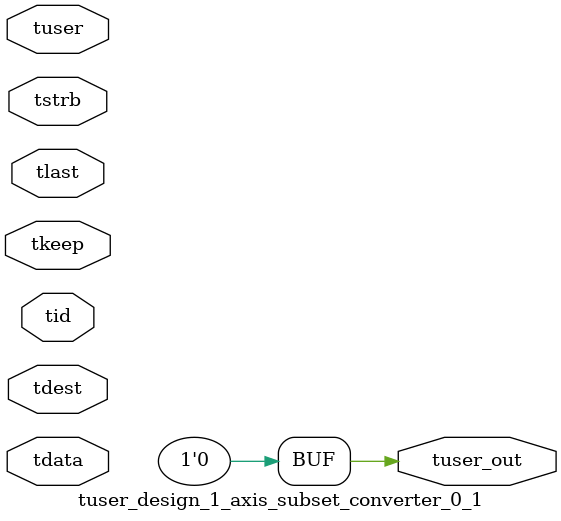
<source format=v>


`timescale 1ps/1ps

module tuser_design_1_axis_subset_converter_0_1 #
(
parameter C_S_AXIS_TUSER_WIDTH = 1,
parameter C_S_AXIS_TDATA_WIDTH = 32,
parameter C_S_AXIS_TID_WIDTH   = 0,
parameter C_S_AXIS_TDEST_WIDTH = 0,
parameter C_M_AXIS_TUSER_WIDTH = 1
)
(
input  [(C_S_AXIS_TUSER_WIDTH == 0 ? 1 : C_S_AXIS_TUSER_WIDTH)-1:0     ] tuser,
input  [(C_S_AXIS_TDATA_WIDTH == 0 ? 1 : C_S_AXIS_TDATA_WIDTH)-1:0     ] tdata,
input  [(C_S_AXIS_TID_WIDTH   == 0 ? 1 : C_S_AXIS_TID_WIDTH)-1:0       ] tid,
input  [(C_S_AXIS_TDEST_WIDTH == 0 ? 1 : C_S_AXIS_TDEST_WIDTH)-1:0     ] tdest,
input  [(C_S_AXIS_TDATA_WIDTH/8)-1:0 ] tkeep,
input  [(C_S_AXIS_TDATA_WIDTH/8)-1:0 ] tstrb,
input                                                                    tlast,
output [C_M_AXIS_TUSER_WIDTH-1:0] tuser_out
);

assign tuser_out = {1'b0};

endmodule


</source>
